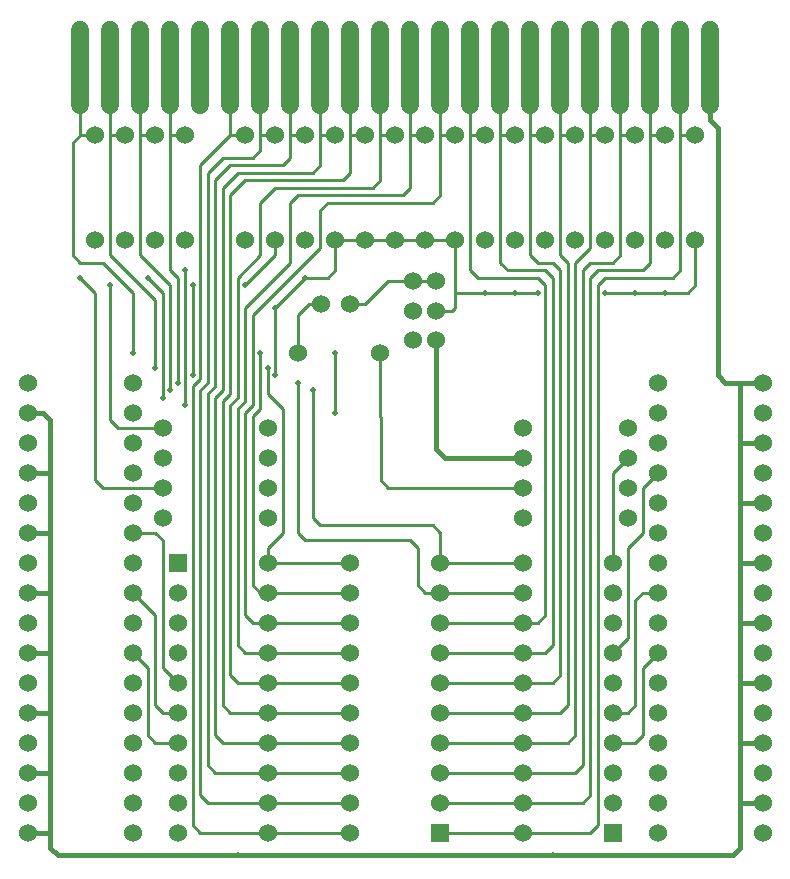
<source format=gtl>
%FSTAX24Y24*%
%MOIN*%
%IN ucard20.gtl *%
%ADD10C,0.0100*%
%ADD11C,0.0150*%
%ADD12C,0.0200*%
%ADD13C,0.0600*%
%ADD14R,0.0600X0.0600*%
D13*X004253Y01713D03*X000753D03*X021753Y01213D03*X025253D03*
X022003Y02538D03*Y02188D03*X005253Y013629D03*D12*X002503Y02063D03*D13*
X008753Y013629D03*X006003Y02538D03*Y02188D03*X021753Y01513D03*
X004253Y01513D03*X000753D03*X012003Y02538D03*X004253Y01613D03*
Y01013D03*X005753Y00613D03*X021753Y01113D03*Y01013D03*X020253Y00613D03*
X025253Y01013D03*X015003Y02538D03*X019003D03*Y02188D03*
X004253Y00713D03*X000753D03*D12*X008753Y01763D03*D13*X008753Y01113D03*
X011503D03*D12*X006503Y02638D03*D13*X004003Y02538D03*Y02188D03*
X021753Y00513D03*Y01413D03*X020253Y00813D03*X025253Y01413D03*D12*
X008503Y01813D03*D13*X008753Y01013D03*X011503D03*X010003Y02538D03*
Y02188D03*D14*X020253Y00213D03*D13*X017253Y01113D03*X014503D03*D12*
X010253Y016879D03*D13*X017253Y01013D03*X014503D03*D12*
X009753Y017129D03*D13*X017253Y00913D03*X014503D03*X017253Y00813D03*
X014503D03*X017253Y00713D03*X014503D03*X017253Y00613D03*X014503D03*
X017253Y00513D03*X014503D03*X017253Y00413D03*X014503D03*
X017253Y00313D03*X014503D03*X020253D03*X017253Y00213D03*D14*X014503D03*
D13*X020253Y00413D03*Y00713D03*Y00913D03*Y01013D03*D14*
X005753Y01113D03*D13*Y00213D03*X008753D03*X011503D03*X008753Y00313D03*
X011503D03*X008753Y00413D03*X011503D03*X008753Y00513D03*X011503D03*
X008753Y00613D03*X011503D03*X008753Y00713D03*X011503D03*
X008753Y00813D03*X011503D03*X008753Y00913D03*X011503D03*
X005753Y01013D03*Y00913D03*Y00813D03*Y00413D03*Y00313D03*
X018003Y02538D03*Y02188D03*X017253Y015629D03*X020753D03*
X004253Y00613D03*X008753Y012629D03*X005253D03*X020753Y014629D03*
X020253Y01113D03*X004253Y00213D03*X020753Y012629D03*X017253D03*
X020753Y013629D03*X008003Y02538D03*Y02188D03*X005003Y02538D03*
Y02188D03*X004253Y01213D03*X005753Y00713D03*X004253Y01313D03*
X000753D03*X013003Y02538D03*X004253Y00913D03*X000753D03*
X017003Y02538D03*Y02188D03*X004253Y01113D03*X000753D03*
X021003Y02538D03*Y02188D03*D12*X006003Y02088D03*Y016379D03*D13*
X004253Y00813D03*X005753Y00513D03*X014003Y02538D03*X016003Y02538D03*
Y02188D03*X023003Y02538D03*Y02188D03*D12*X022003Y02013D03*X021003D03*
X020003D03*D03*D13*X012503Y018129D03*X017253Y013629D03*D12*
X005003Y01763D03*X004753Y02063D03*X005253Y016629D03*X011003Y01813D03*
Y016129D03*D13*X014372Y020505D03*X013585D03*X011497Y019755D03*
X013585Y018537D03*X014372D03*X017253Y014629D03*X013585Y019521D03*
X014372D03*D12*X016003Y02013D03*X017003D03*X017753D03*D13*
X015003Y02188D03*X014003D03*X013003D03*X012003D03*X011003D03*D12*
X010003Y02063D03*X009003Y01963D03*Y01738D03*D13*X010513Y019755D03*
X009747Y018129D03*D12*X005753Y01713D03*X005503Y01688D03*D13*
X021753Y00813D03*X020253Y00513D03*X025253Y00813D03*X005253Y015629D03*
D12*X003503Y02038D03*D13*X008753Y015629D03*X021753Y01713D03*D12*
X006253Y02038D03*Y01738D03*D13*X025253Y00313D03*D12*X018253Y00138D03*
X007753D03*D13*X000753Y00213D03*Y00413D03*Y00613D03*Y00813D03*
Y01013D03*Y01213D03*Y01413D03*Y01613D03*X025253Y00513D03*Y00713D03*
Y01113D03*Y01313D03*Y01713D03*D12*X023503Y02638D03*D13*
X025253Y01513D03*Y00913D03*X021753Y00313D03*X004253Y00413D03*D12*
Y01813D03*D13*X021753Y00213D03*X025253D03*X003003Y02538D03*Y02188D03*
X021753Y01613D03*X025253D03*X004253Y01413D03*X021753Y00613D03*
X025253D03*X021753Y00713D03*Y01313D03*X004253Y00513D03*X000753D03*
X008753Y014629D03*X005253D03*X004253Y00313D03*X000753D03*
X020003Y02538D03*Y02188D03*X021753Y00913D03*X009003Y02538D03*Y02188D03*
D12*X008003Y02038D03*D13*X021753Y00413D03*X025253D03*X011003Y02538D03*
D10*X005253Y013629D02*G01X003253Y01363D01*X003003Y01388D01*Y02013D01*
X002503Y02063D01*X004253Y01013D02*X005003Y00938D01*Y00638D01*
X005253Y00613D01*X005753D01*X021753Y01013D02*X021253Y010129D01*
X021003Y009879D01*Y006379D01*X020753Y006129D01*X020253Y00613D01*
X008753Y01763D02*Y016754D01*X009253Y016254D01*Y012129D01*
X008753Y011629D01*Y01113D01*X011503Y01113D01*X021753Y01413D02*
X021253Y013629D01*Y012129D01*X020753Y011629D01*Y008629D01*
X020253Y00813D01*X008503Y01813D02*Y016254D01*X008253Y016004D01*
X008253Y01163D01*Y01038D01*X008503Y01013D01*X008753Y01013D01*
X011503D01*X017253Y01113D02*X014503D01*X014503Y012129D01*
X014253Y012379D01*X010503D01*X010253Y012629D01*Y016879D01*
X017253Y01013D02*X014503D01*X014003Y010129D01*X013753Y010379D01*
Y011629D01*X013503Y011879D01*X010003D01*X009753Y012129D01*Y017129D01*
X017253Y00913D02*X014503D01*X017253Y00813D02*X014503D01*
X017253Y00713D02*X014503D01*X017253Y00613D02*X014503D01*
X017253Y00513D02*X014503D01*X017253Y00413D02*X014503D01*
X017253Y00313D02*X014503D01*X017253Y00213D02*X014503D01*X008753D02*
X011503D01*X008753Y00313D02*X011503D01*X008753Y00413D02*X011503D01*
X008753Y00513D02*X011503D01*X008753Y00613D02*X011503D01*
X008753Y00713D02*X011503D01*X008753Y00813D02*X011503D01*
X008753Y00913D02*X011503D01*X020753Y014629D02*X020253Y014129D01*
X020253Y01113D01*X004253Y01213D02*X005003Y01213D01*X005253Y01188D01*
Y00763D01*X005753Y00713D01*X006003Y02088D02*Y016379D01*
X004253Y00813D02*X004753Y00763D01*Y00538D01*X005003Y00513D01*
X005753D01*X023003Y02188D02*Y02038D01*X022753Y02013D01*X022003D01*
X021003D01*X020003D01*X012503Y018129D02*X012509Y013873D01*
X012753Y013629D01*X017253D01*X004753Y02063D02*X005253Y02013D01*
Y016629D01*X011003Y01813D02*Y016129D01*X014372Y020505D02*X013585D01*
X012753D01*X012003Y019755D01*X011497D01*D11*X014372Y018537D02*
Y014928D01*X014671Y014629D01*X017253D01*D10*X014372Y019521D02*
X014894D01*X015003Y01963D01*Y02013D01*X016003D01*X017003D01*X017753D01*
X015003D02*Y02188D01*X014003D01*X013003D01*X012003D01*X011003D01*
Y02088D01*X010753Y02063D01*X010003D01*X009003Y01963D01*Y01738D01*
X010513Y019755D02*X010128D01*X009747Y019374D01*Y018129D01*
X021753Y00813D02*X021253Y00763D01*Y00538D01*X021003Y00513D01*
X020253D01*X005253Y015629D02*X003753Y01563D01*X003503Y01588D01*
Y02038D01*X006253D02*Y01738D01*D11*X025253Y00313D02*X024503D01*
Y00163D01*X024253Y00138D01*X018253D01*X007753D01*X001753D01*
X001503Y00163D01*Y00213D01*X000753Y00213D01*X001503Y00213D02*Y00413D01*
X000753Y00413D01*X001503Y00413D02*Y00613D01*X000753D01*X001503D02*
Y00813D01*X000753D01*X001503D02*Y01013D01*X000753Y01013D01*
X001503Y01013D02*Y01213D01*X000753Y01213D01*X001503Y01213D02*Y01413D01*
X000753Y01413D01*X001503Y01413D02*Y01588D01*X001253Y01613D01*
X000753D01*X024503Y00313D02*Y00513D01*X025253Y00513D01*
X024503Y00513D02*Y00713D01*X025253Y00713D01*X024503Y00713D02*Y00913D01*
Y01113D01*X025253D01*X024503D02*Y01313D01*X025253D01*X024503D02*
Y01513D01*Y01713D01*X025253Y01713D01*X024503Y01713D02*X024003D01*
X023753Y01738D01*X023753Y02138D01*Y02563D01*X023503Y02588D01*Y02638D01*
X024503Y01513D02*X025253D01*X024503Y00913D02*X025253Y00913D01*D10*
X009003Y02188D02*Y02138D01*X008003Y02038D01*X007503Y02613D02*
X007503Y02538D01*X006503Y02438D01*Y017254D01*X006253Y017004D01*
X006253Y00238D01*X006503Y00213D01*X008753Y00213D01*Y00913D02*
X008253D01*X008003Y00938D01*Y01188D01*X008003Y016129D01*
X008253Y016379D01*Y01938D01*X010503Y02163D01*Y02288D01*
X010753Y02313D01*X014253Y02313D01*X014503Y02338D01*Y02613D01*
X009503D02*Y02463D01*X009253Y02438D01*X007503Y02438D01*
X007003Y02388D01*Y017004D01*X006753Y016754D01*X006753Y01313D01*
Y00438D01*X007003Y00413D01*X008753D01*X017253Y00613D02*X018503D01*
X018753Y00638D01*X018753Y012879D01*X018753Y019129D01*Y02113D01*
X018503Y02138D01*Y02613D01*D13*X023503Y02638D02*Y02888D01*
X022503Y02638D02*Y02888D01*D10*X008753Y00713D02*X007753D01*
X007503Y00738D01*Y01238D01*X007503Y016379D01*X007753Y016629D01*
Y02063D01*X008503Y02138D01*Y02313D01*X009003Y02363D01*X012253Y02363D01*
X012503Y02388D01*Y02613D01*D13*X006503Y02638D02*Y02888D01*D10*
X016503Y02613D02*Y02113D01*X016753Y02088D01*X018003D01*
X018253Y02063D01*X018253Y019629D01*Y012129D01*X018253Y00838D01*
X018003Y00813D01*X017253D01*X021503Y02613D02*Y02113D01*
X021253Y02088D01*X019753D01*X019503Y02063D01*X019503Y019379D01*
Y013379D01*X019503Y00338D01*X019253Y00313D01*X017253D01*D13*
X020503Y02638D02*Y02888D01*X002503Y02638D02*Y02888D01*X019503Y02638D02*
Y02888D01*D10*X017253Y00713D02*X018253Y00713D01*X018503Y00738D01*
X018503Y012379D01*Y019379D01*X018503Y02088D01*X018253Y02113D01*
X017753D01*X017503Y02138D01*Y02613D01*X015503D02*Y02088D01*
X015753Y02063D01*X017753D01*X018003Y02038D01*X018003Y019879D01*
Y011879D01*X018003Y00938D01*X017753Y00913D01*X017253D01*
X008753Y00813D02*X008003D01*X007753Y00838D01*X007753Y01213D01*
Y016254D01*X008003Y016504D01*Y01963D01*X009503Y02113D01*Y02313D01*
X009753Y02338D01*X013253D01*X013503Y02363D01*Y02613D01*X011503D02*
Y02413D01*X011253Y02388D01*X008003Y02388D01*X007503Y02338D01*
Y016754D01*X007253Y016504D01*Y01263D01*X007253Y00638D01*
X007503Y00613D01*X008753Y00613D01*Y00513D02*X007253D01*
X007003Y00538D01*Y016629D01*X007253Y016879D01*Y02363D01*
X007753Y02413D01*X010253D01*X010503Y02438D01*Y02613D01*
X008753Y00313D02*X006753D01*X006503Y00338D01*Y016879D01*
X006753Y017129D01*Y02413D01*X007253Y02463D01*X008253Y02463D01*
X008503Y02488D01*Y02613D01*D13*X003503Y02638D02*Y02888D01*
X004503Y02638D02*Y02888D01*X005503Y02638D02*Y02888D01*X007503Y02638D02*
Y02888D01*X008503Y02638D02*Y02888D01*X009503Y02638D02*Y02888D01*
X010503Y02638D02*Y02888D01*X011503Y02638D02*Y02888D01*X012503Y02638D02*
Y02888D01*X013503Y02638D02*Y02888D01*X014503Y02638D02*Y02888D01*
X015503Y02638D02*Y02888D01*X016503Y02638D02*Y02888D01*D10*
X017253Y00213D02*X019503D01*X019753Y00238D01*X019753Y011629D01*
Y019879D01*X019753Y02038D01*X020003Y02063D01*X022253D01*
X022503Y02088D01*X022503Y02113D01*Y02613D01*D13*X021503Y02638D02*
Y02888D01*D10*X017253Y00413D02*X019003D01*X019253Y00438D01*Y013379D01*
X019253Y018379D01*X019253Y018629D01*Y02088D01*X019503Y02113D01*
X020253D01*X020503Y02138D01*Y02613D01*X017253Y00513D02*X018753D01*
X019003Y00538D01*X019003Y014129D01*Y018879D01*X019003Y02113D01*
X019503Y02163D01*Y02613D01*D13*X017503Y02638D02*Y02888D01*
X018503Y02638D02*Y02888D01*D10*X005753Y01713D02*Y02063D01*
X005503Y02088D01*X005503Y02613D01*X005003Y01763D02*Y01988D01*
X003503Y02138D01*Y02163D01*X003503Y02538D01*Y02613D01*X003003Y02538D02*
X002503D01*Y02613D01*Y02538D02*X002253Y02513D01*Y02138D01*
X002503Y02113D01*X003253D01*X004253Y02013D01*Y01813D01*
X005503Y01688D02*Y02038D01*X004503Y02138D01*Y02538D01*X004503Y02613D01*
X004003Y02538D02*X003503Y02538D01*X004503D02*X005003Y02538D01*
X005503Y02538D02*X006003Y02538D01*X007503Y02538D02*X008003Y02538D01*
X008503Y02538D02*X009003D01*X009503D02*X010003D01*X010503D02*
X011003Y02538D01*X011503Y02538D02*X012003Y02538D01*X012503Y02538D02*
X013003D01*X013503D02*X014003D01*X014503D02*X015003Y02538D01*
X015503Y02538D02*X016003D01*X016503D02*X017003D01*X017503D02*
X018003Y02538D01*X018503Y02538D02*X019003Y02538D01*X019503Y02538D02*
X020003D01*X020503D02*X021003Y02538D01*X021503Y02538D02*
X022003Y02538D01*X022503Y02538D02*X023003Y02538D01*
M02*
</source>
